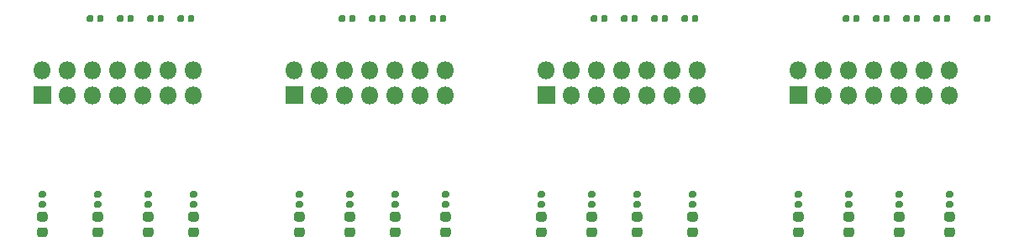
<source format=gbr>
G04 #@! TF.GenerationSoftware,KiCad,Pcbnew,(5.1.10)-1*
G04 #@! TF.CreationDate,2021-09-15T13:26:17-07:00*
G04 #@! TF.ProjectId,Adapter,41646170-7465-4722-9e6b-696361645f70,rev?*
G04 #@! TF.SameCoordinates,Original*
G04 #@! TF.FileFunction,Soldermask,Top*
G04 #@! TF.FilePolarity,Negative*
%FSLAX46Y46*%
G04 Gerber Fmt 4.6, Leading zero omitted, Abs format (unit mm)*
G04 Created by KiCad (PCBNEW (5.1.10)-1) date 2021-09-15 13:26:17*
%MOMM*%
%LPD*%
G01*
G04 APERTURE LIST*
%ADD10O,1.802000X1.802000*%
G04 APERTURE END LIST*
G36*
G01*
X138772000Y-75196000D02*
X137072000Y-75196000D01*
G75*
G02*
X137021000Y-75145000I0J51000D01*
G01*
X137021000Y-73445000D01*
G75*
G02*
X137072000Y-73394000I51000J0D01*
G01*
X138772000Y-73394000D01*
G75*
G02*
X138823000Y-73445000I0J-51000D01*
G01*
X138823000Y-75145000D01*
G75*
G02*
X138772000Y-75196000I-51000J0D01*
G01*
G37*
D10*
X137922000Y-71755000D03*
X140462000Y-74295000D03*
X140462000Y-71755000D03*
X143002000Y-74295000D03*
X143002000Y-71755000D03*
X145542000Y-74295000D03*
X145542000Y-71755000D03*
X148082000Y-74295000D03*
X148082000Y-71755000D03*
X150622000Y-74295000D03*
X150622000Y-71755000D03*
X153162000Y-74295000D03*
X153162000Y-71755000D03*
X76962000Y-71755000D03*
X76962000Y-74295000D03*
X74422000Y-71755000D03*
X74422000Y-74295000D03*
X71882000Y-71755000D03*
X71882000Y-74295000D03*
X69342000Y-71755000D03*
X69342000Y-74295000D03*
X66802000Y-71755000D03*
X66802000Y-74295000D03*
X64262000Y-71755000D03*
X64262000Y-74295000D03*
X61722000Y-71755000D03*
G36*
G01*
X62572000Y-75196000D02*
X60872000Y-75196000D01*
G75*
G02*
X60821000Y-75145000I0J51000D01*
G01*
X60821000Y-73445000D01*
G75*
G02*
X60872000Y-73394000I51000J0D01*
G01*
X62572000Y-73394000D01*
G75*
G02*
X62623000Y-73445000I0J-51000D01*
G01*
X62623000Y-75145000D01*
G75*
G02*
X62572000Y-75196000I-51000J0D01*
G01*
G37*
X102362000Y-71755000D03*
X102362000Y-74295000D03*
X99822000Y-71755000D03*
X99822000Y-74295000D03*
X97282000Y-71755000D03*
X97282000Y-74295000D03*
X94742000Y-71755000D03*
X94742000Y-74295000D03*
X92202000Y-71755000D03*
X92202000Y-74295000D03*
X89662000Y-71755000D03*
X89662000Y-74295000D03*
X87122000Y-71755000D03*
G36*
G01*
X87972000Y-75196000D02*
X86272000Y-75196000D01*
G75*
G02*
X86221000Y-75145000I0J51000D01*
G01*
X86221000Y-73445000D01*
G75*
G02*
X86272000Y-73394000I51000J0D01*
G01*
X87972000Y-73394000D01*
G75*
G02*
X88023000Y-73445000I0J-51000D01*
G01*
X88023000Y-75145000D01*
G75*
G02*
X87972000Y-75196000I-51000J0D01*
G01*
G37*
G36*
G01*
X113372000Y-75196000D02*
X111672000Y-75196000D01*
G75*
G02*
X111621000Y-75145000I0J51000D01*
G01*
X111621000Y-73445000D01*
G75*
G02*
X111672000Y-73394000I51000J0D01*
G01*
X113372000Y-73394000D01*
G75*
G02*
X113423000Y-73445000I0J-51000D01*
G01*
X113423000Y-75145000D01*
G75*
G02*
X113372000Y-75196000I-51000J0D01*
G01*
G37*
X112522000Y-71755000D03*
X115062000Y-74295000D03*
X115062000Y-71755000D03*
X117602000Y-74295000D03*
X117602000Y-71755000D03*
X120142000Y-74295000D03*
X120142000Y-71755000D03*
X122682000Y-74295000D03*
X122682000Y-71755000D03*
X125222000Y-74295000D03*
X125222000Y-71755000D03*
X127762000Y-74295000D03*
X127762000Y-71755000D03*
G36*
G01*
X62003750Y-88652000D02*
X61440250Y-88652000D01*
G75*
G02*
X61196000Y-88407750I0J244250D01*
G01*
X61196000Y-87919250D01*
G75*
G02*
X61440250Y-87675000I244250J0D01*
G01*
X62003750Y-87675000D01*
G75*
G02*
X62248000Y-87919250I0J-244250D01*
G01*
X62248000Y-88407750D01*
G75*
G02*
X62003750Y-88652000I-244250J0D01*
G01*
G37*
G36*
G01*
X62003750Y-87077000D02*
X61440250Y-87077000D01*
G75*
G02*
X61196000Y-86832750I0J244250D01*
G01*
X61196000Y-86344250D01*
G75*
G02*
X61440250Y-86100000I244250J0D01*
G01*
X62003750Y-86100000D01*
G75*
G02*
X62248000Y-86344250I0J-244250D01*
G01*
X62248000Y-86832750D01*
G75*
G02*
X62003750Y-87077000I-244250J0D01*
G01*
G37*
G36*
G01*
X87911750Y-88652000D02*
X87348250Y-88652000D01*
G75*
G02*
X87104000Y-88407750I0J244250D01*
G01*
X87104000Y-87919250D01*
G75*
G02*
X87348250Y-87675000I244250J0D01*
G01*
X87911750Y-87675000D01*
G75*
G02*
X88156000Y-87919250I0J-244250D01*
G01*
X88156000Y-88407750D01*
G75*
G02*
X87911750Y-88652000I-244250J0D01*
G01*
G37*
G36*
G01*
X87911750Y-87077000D02*
X87348250Y-87077000D01*
G75*
G02*
X87104000Y-86832750I0J244250D01*
G01*
X87104000Y-86344250D01*
G75*
G02*
X87348250Y-86100000I244250J0D01*
G01*
X87911750Y-86100000D01*
G75*
G02*
X88156000Y-86344250I0J-244250D01*
G01*
X88156000Y-86832750D01*
G75*
G02*
X87911750Y-87077000I-244250J0D01*
G01*
G37*
G36*
G01*
X112295750Y-87077000D02*
X111732250Y-87077000D01*
G75*
G02*
X111488000Y-86832750I0J244250D01*
G01*
X111488000Y-86344250D01*
G75*
G02*
X111732250Y-86100000I244250J0D01*
G01*
X112295750Y-86100000D01*
G75*
G02*
X112540000Y-86344250I0J-244250D01*
G01*
X112540000Y-86832750D01*
G75*
G02*
X112295750Y-87077000I-244250J0D01*
G01*
G37*
G36*
G01*
X112295750Y-88652000D02*
X111732250Y-88652000D01*
G75*
G02*
X111488000Y-88407750I0J244250D01*
G01*
X111488000Y-87919250D01*
G75*
G02*
X111732250Y-87675000I244250J0D01*
G01*
X112295750Y-87675000D01*
G75*
G02*
X112540000Y-87919250I0J-244250D01*
G01*
X112540000Y-88407750D01*
G75*
G02*
X112295750Y-88652000I-244250J0D01*
G01*
G37*
G36*
G01*
X138203750Y-87077000D02*
X137640250Y-87077000D01*
G75*
G02*
X137396000Y-86832750I0J244250D01*
G01*
X137396000Y-86344250D01*
G75*
G02*
X137640250Y-86100000I244250J0D01*
G01*
X138203750Y-86100000D01*
G75*
G02*
X138448000Y-86344250I0J-244250D01*
G01*
X138448000Y-86832750D01*
G75*
G02*
X138203750Y-87077000I-244250J0D01*
G01*
G37*
G36*
G01*
X138203750Y-88652000D02*
X137640250Y-88652000D01*
G75*
G02*
X137396000Y-88407750I0J244250D01*
G01*
X137396000Y-87919250D01*
G75*
G02*
X137640250Y-87675000I244250J0D01*
G01*
X138203750Y-87675000D01*
G75*
G02*
X138448000Y-87919250I0J-244250D01*
G01*
X138448000Y-88407750D01*
G75*
G02*
X138203750Y-88652000I-244250J0D01*
G01*
G37*
G36*
G01*
X67591750Y-88652000D02*
X67028250Y-88652000D01*
G75*
G02*
X66784000Y-88407750I0J244250D01*
G01*
X66784000Y-87919250D01*
G75*
G02*
X67028250Y-87675000I244250J0D01*
G01*
X67591750Y-87675000D01*
G75*
G02*
X67836000Y-87919250I0J-244250D01*
G01*
X67836000Y-88407750D01*
G75*
G02*
X67591750Y-88652000I-244250J0D01*
G01*
G37*
G36*
G01*
X67591750Y-87077000D02*
X67028250Y-87077000D01*
G75*
G02*
X66784000Y-86832750I0J244250D01*
G01*
X66784000Y-86344250D01*
G75*
G02*
X67028250Y-86100000I244250J0D01*
G01*
X67591750Y-86100000D01*
G75*
G02*
X67836000Y-86344250I0J-244250D01*
G01*
X67836000Y-86832750D01*
G75*
G02*
X67591750Y-87077000I-244250J0D01*
G01*
G37*
G36*
G01*
X92991750Y-88652000D02*
X92428250Y-88652000D01*
G75*
G02*
X92184000Y-88407750I0J244250D01*
G01*
X92184000Y-87919250D01*
G75*
G02*
X92428250Y-87675000I244250J0D01*
G01*
X92991750Y-87675000D01*
G75*
G02*
X93236000Y-87919250I0J-244250D01*
G01*
X93236000Y-88407750D01*
G75*
G02*
X92991750Y-88652000I-244250J0D01*
G01*
G37*
G36*
G01*
X92991750Y-87077000D02*
X92428250Y-87077000D01*
G75*
G02*
X92184000Y-86832750I0J244250D01*
G01*
X92184000Y-86344250D01*
G75*
G02*
X92428250Y-86100000I244250J0D01*
G01*
X92991750Y-86100000D01*
G75*
G02*
X93236000Y-86344250I0J-244250D01*
G01*
X93236000Y-86832750D01*
G75*
G02*
X92991750Y-87077000I-244250J0D01*
G01*
G37*
G36*
G01*
X117375750Y-88652000D02*
X116812250Y-88652000D01*
G75*
G02*
X116568000Y-88407750I0J244250D01*
G01*
X116568000Y-87919250D01*
G75*
G02*
X116812250Y-87675000I244250J0D01*
G01*
X117375750Y-87675000D01*
G75*
G02*
X117620000Y-87919250I0J-244250D01*
G01*
X117620000Y-88407750D01*
G75*
G02*
X117375750Y-88652000I-244250J0D01*
G01*
G37*
G36*
G01*
X117375750Y-87077000D02*
X116812250Y-87077000D01*
G75*
G02*
X116568000Y-86832750I0J244250D01*
G01*
X116568000Y-86344250D01*
G75*
G02*
X116812250Y-86100000I244250J0D01*
G01*
X117375750Y-86100000D01*
G75*
G02*
X117620000Y-86344250I0J-244250D01*
G01*
X117620000Y-86832750D01*
G75*
G02*
X117375750Y-87077000I-244250J0D01*
G01*
G37*
G36*
G01*
X143283750Y-88652000D02*
X142720250Y-88652000D01*
G75*
G02*
X142476000Y-88407750I0J244250D01*
G01*
X142476000Y-87919250D01*
G75*
G02*
X142720250Y-87675000I244250J0D01*
G01*
X143283750Y-87675000D01*
G75*
G02*
X143528000Y-87919250I0J-244250D01*
G01*
X143528000Y-88407750D01*
G75*
G02*
X143283750Y-88652000I-244250J0D01*
G01*
G37*
G36*
G01*
X143283750Y-87077000D02*
X142720250Y-87077000D01*
G75*
G02*
X142476000Y-86832750I0J244250D01*
G01*
X142476000Y-86344250D01*
G75*
G02*
X142720250Y-86100000I244250J0D01*
G01*
X143283750Y-86100000D01*
G75*
G02*
X143528000Y-86344250I0J-244250D01*
G01*
X143528000Y-86832750D01*
G75*
G02*
X143283750Y-87077000I-244250J0D01*
G01*
G37*
G36*
G01*
X72671750Y-87077000D02*
X72108250Y-87077000D01*
G75*
G02*
X71864000Y-86832750I0J244250D01*
G01*
X71864000Y-86344250D01*
G75*
G02*
X72108250Y-86100000I244250J0D01*
G01*
X72671750Y-86100000D01*
G75*
G02*
X72916000Y-86344250I0J-244250D01*
G01*
X72916000Y-86832750D01*
G75*
G02*
X72671750Y-87077000I-244250J0D01*
G01*
G37*
G36*
G01*
X72671750Y-88652000D02*
X72108250Y-88652000D01*
G75*
G02*
X71864000Y-88407750I0J244250D01*
G01*
X71864000Y-87919250D01*
G75*
G02*
X72108250Y-87675000I244250J0D01*
G01*
X72671750Y-87675000D01*
G75*
G02*
X72916000Y-87919250I0J-244250D01*
G01*
X72916000Y-88407750D01*
G75*
G02*
X72671750Y-88652000I-244250J0D01*
G01*
G37*
G36*
G01*
X97563750Y-87077000D02*
X97000250Y-87077000D01*
G75*
G02*
X96756000Y-86832750I0J244250D01*
G01*
X96756000Y-86344250D01*
G75*
G02*
X97000250Y-86100000I244250J0D01*
G01*
X97563750Y-86100000D01*
G75*
G02*
X97808000Y-86344250I0J-244250D01*
G01*
X97808000Y-86832750D01*
G75*
G02*
X97563750Y-87077000I-244250J0D01*
G01*
G37*
G36*
G01*
X97563750Y-88652000D02*
X97000250Y-88652000D01*
G75*
G02*
X96756000Y-88407750I0J244250D01*
G01*
X96756000Y-87919250D01*
G75*
G02*
X97000250Y-87675000I244250J0D01*
G01*
X97563750Y-87675000D01*
G75*
G02*
X97808000Y-87919250I0J-244250D01*
G01*
X97808000Y-88407750D01*
G75*
G02*
X97563750Y-88652000I-244250J0D01*
G01*
G37*
G36*
G01*
X121947750Y-88652000D02*
X121384250Y-88652000D01*
G75*
G02*
X121140000Y-88407750I0J244250D01*
G01*
X121140000Y-87919250D01*
G75*
G02*
X121384250Y-87675000I244250J0D01*
G01*
X121947750Y-87675000D01*
G75*
G02*
X122192000Y-87919250I0J-244250D01*
G01*
X122192000Y-88407750D01*
G75*
G02*
X121947750Y-88652000I-244250J0D01*
G01*
G37*
G36*
G01*
X121947750Y-87077000D02*
X121384250Y-87077000D01*
G75*
G02*
X121140000Y-86832750I0J244250D01*
G01*
X121140000Y-86344250D01*
G75*
G02*
X121384250Y-86100000I244250J0D01*
G01*
X121947750Y-86100000D01*
G75*
G02*
X122192000Y-86344250I0J-244250D01*
G01*
X122192000Y-86832750D01*
G75*
G02*
X121947750Y-87077000I-244250J0D01*
G01*
G37*
G36*
G01*
X148363750Y-87077000D02*
X147800250Y-87077000D01*
G75*
G02*
X147556000Y-86832750I0J244250D01*
G01*
X147556000Y-86344250D01*
G75*
G02*
X147800250Y-86100000I244250J0D01*
G01*
X148363750Y-86100000D01*
G75*
G02*
X148608000Y-86344250I0J-244250D01*
G01*
X148608000Y-86832750D01*
G75*
G02*
X148363750Y-87077000I-244250J0D01*
G01*
G37*
G36*
G01*
X148363750Y-88652000D02*
X147800250Y-88652000D01*
G75*
G02*
X147556000Y-88407750I0J244250D01*
G01*
X147556000Y-87919250D01*
G75*
G02*
X147800250Y-87675000I244250J0D01*
G01*
X148363750Y-87675000D01*
G75*
G02*
X148608000Y-87919250I0J-244250D01*
G01*
X148608000Y-88407750D01*
G75*
G02*
X148363750Y-88652000I-244250J0D01*
G01*
G37*
G36*
G01*
X77243750Y-87077000D02*
X76680250Y-87077000D01*
G75*
G02*
X76436000Y-86832750I0J244250D01*
G01*
X76436000Y-86344250D01*
G75*
G02*
X76680250Y-86100000I244250J0D01*
G01*
X77243750Y-86100000D01*
G75*
G02*
X77488000Y-86344250I0J-244250D01*
G01*
X77488000Y-86832750D01*
G75*
G02*
X77243750Y-87077000I-244250J0D01*
G01*
G37*
G36*
G01*
X77243750Y-88652000D02*
X76680250Y-88652000D01*
G75*
G02*
X76436000Y-88407750I0J244250D01*
G01*
X76436000Y-87919250D01*
G75*
G02*
X76680250Y-87675000I244250J0D01*
G01*
X77243750Y-87675000D01*
G75*
G02*
X77488000Y-87919250I0J-244250D01*
G01*
X77488000Y-88407750D01*
G75*
G02*
X77243750Y-88652000I-244250J0D01*
G01*
G37*
G36*
G01*
X102643750Y-87077000D02*
X102080250Y-87077000D01*
G75*
G02*
X101836000Y-86832750I0J244250D01*
G01*
X101836000Y-86344250D01*
G75*
G02*
X102080250Y-86100000I244250J0D01*
G01*
X102643750Y-86100000D01*
G75*
G02*
X102888000Y-86344250I0J-244250D01*
G01*
X102888000Y-86832750D01*
G75*
G02*
X102643750Y-87077000I-244250J0D01*
G01*
G37*
G36*
G01*
X102643750Y-88652000D02*
X102080250Y-88652000D01*
G75*
G02*
X101836000Y-88407750I0J244250D01*
G01*
X101836000Y-87919250D01*
G75*
G02*
X102080250Y-87675000I244250J0D01*
G01*
X102643750Y-87675000D01*
G75*
G02*
X102888000Y-87919250I0J-244250D01*
G01*
X102888000Y-88407750D01*
G75*
G02*
X102643750Y-88652000I-244250J0D01*
G01*
G37*
G36*
G01*
X127535750Y-87077000D02*
X126972250Y-87077000D01*
G75*
G02*
X126728000Y-86832750I0J244250D01*
G01*
X126728000Y-86344250D01*
G75*
G02*
X126972250Y-86100000I244250J0D01*
G01*
X127535750Y-86100000D01*
G75*
G02*
X127780000Y-86344250I0J-244250D01*
G01*
X127780000Y-86832750D01*
G75*
G02*
X127535750Y-87077000I-244250J0D01*
G01*
G37*
G36*
G01*
X127535750Y-88652000D02*
X126972250Y-88652000D01*
G75*
G02*
X126728000Y-88407750I0J244250D01*
G01*
X126728000Y-87919250D01*
G75*
G02*
X126972250Y-87675000I244250J0D01*
G01*
X127535750Y-87675000D01*
G75*
G02*
X127780000Y-87919250I0J-244250D01*
G01*
X127780000Y-88407750D01*
G75*
G02*
X127535750Y-88652000I-244250J0D01*
G01*
G37*
G36*
G01*
X153443750Y-88652000D02*
X152880250Y-88652000D01*
G75*
G02*
X152636000Y-88407750I0J244250D01*
G01*
X152636000Y-87919250D01*
G75*
G02*
X152880250Y-87675000I244250J0D01*
G01*
X153443750Y-87675000D01*
G75*
G02*
X153688000Y-87919250I0J-244250D01*
G01*
X153688000Y-88407750D01*
G75*
G02*
X153443750Y-88652000I-244250J0D01*
G01*
G37*
G36*
G01*
X153443750Y-87077000D02*
X152880250Y-87077000D01*
G75*
G02*
X152636000Y-86832750I0J244250D01*
G01*
X152636000Y-86344250D01*
G75*
G02*
X152880250Y-86100000I244250J0D01*
G01*
X153443750Y-86100000D01*
G75*
G02*
X153688000Y-86344250I0J-244250D01*
G01*
X153688000Y-86832750D01*
G75*
G02*
X153443750Y-87077000I-244250J0D01*
G01*
G37*
G36*
G01*
X61932500Y-85667000D02*
X61511500Y-85667000D01*
G75*
G02*
X61351000Y-85506500I0J160500D01*
G01*
X61351000Y-85185500D01*
G75*
G02*
X61511500Y-85025000I160500J0D01*
G01*
X61932500Y-85025000D01*
G75*
G02*
X62093000Y-85185500I0J-160500D01*
G01*
X62093000Y-85506500D01*
G75*
G02*
X61932500Y-85667000I-160500J0D01*
G01*
G37*
G36*
G01*
X61932500Y-84647000D02*
X61511500Y-84647000D01*
G75*
G02*
X61351000Y-84486500I0J160500D01*
G01*
X61351000Y-84165500D01*
G75*
G02*
X61511500Y-84005000I160500J0D01*
G01*
X61932500Y-84005000D01*
G75*
G02*
X62093000Y-84165500I0J-160500D01*
G01*
X62093000Y-84486500D01*
G75*
G02*
X61932500Y-84647000I-160500J0D01*
G01*
G37*
G36*
G01*
X87840500Y-85667000D02*
X87419500Y-85667000D01*
G75*
G02*
X87259000Y-85506500I0J160500D01*
G01*
X87259000Y-85185500D01*
G75*
G02*
X87419500Y-85025000I160500J0D01*
G01*
X87840500Y-85025000D01*
G75*
G02*
X88001000Y-85185500I0J-160500D01*
G01*
X88001000Y-85506500D01*
G75*
G02*
X87840500Y-85667000I-160500J0D01*
G01*
G37*
G36*
G01*
X87840500Y-84647000D02*
X87419500Y-84647000D01*
G75*
G02*
X87259000Y-84486500I0J160500D01*
G01*
X87259000Y-84165500D01*
G75*
G02*
X87419500Y-84005000I160500J0D01*
G01*
X87840500Y-84005000D01*
G75*
G02*
X88001000Y-84165500I0J-160500D01*
G01*
X88001000Y-84486500D01*
G75*
G02*
X87840500Y-84647000I-160500J0D01*
G01*
G37*
G36*
G01*
X112224500Y-84647000D02*
X111803500Y-84647000D01*
G75*
G02*
X111643000Y-84486500I0J160500D01*
G01*
X111643000Y-84165500D01*
G75*
G02*
X111803500Y-84005000I160500J0D01*
G01*
X112224500Y-84005000D01*
G75*
G02*
X112385000Y-84165500I0J-160500D01*
G01*
X112385000Y-84486500D01*
G75*
G02*
X112224500Y-84647000I-160500J0D01*
G01*
G37*
G36*
G01*
X112224500Y-85667000D02*
X111803500Y-85667000D01*
G75*
G02*
X111643000Y-85506500I0J160500D01*
G01*
X111643000Y-85185500D01*
G75*
G02*
X111803500Y-85025000I160500J0D01*
G01*
X112224500Y-85025000D01*
G75*
G02*
X112385000Y-85185500I0J-160500D01*
G01*
X112385000Y-85506500D01*
G75*
G02*
X112224500Y-85667000I-160500J0D01*
G01*
G37*
G36*
G01*
X138132500Y-84647000D02*
X137711500Y-84647000D01*
G75*
G02*
X137551000Y-84486500I0J160500D01*
G01*
X137551000Y-84165500D01*
G75*
G02*
X137711500Y-84005000I160500J0D01*
G01*
X138132500Y-84005000D01*
G75*
G02*
X138293000Y-84165500I0J-160500D01*
G01*
X138293000Y-84486500D01*
G75*
G02*
X138132500Y-84647000I-160500J0D01*
G01*
G37*
G36*
G01*
X138132500Y-85667000D02*
X137711500Y-85667000D01*
G75*
G02*
X137551000Y-85506500I0J160500D01*
G01*
X137551000Y-85185500D01*
G75*
G02*
X137711500Y-85025000I160500J0D01*
G01*
X138132500Y-85025000D01*
G75*
G02*
X138293000Y-85185500I0J-160500D01*
G01*
X138293000Y-85506500D01*
G75*
G02*
X138132500Y-85667000I-160500J0D01*
G01*
G37*
G36*
G01*
X67520500Y-84647000D02*
X67099500Y-84647000D01*
G75*
G02*
X66939000Y-84486500I0J160500D01*
G01*
X66939000Y-84165500D01*
G75*
G02*
X67099500Y-84005000I160500J0D01*
G01*
X67520500Y-84005000D01*
G75*
G02*
X67681000Y-84165500I0J-160500D01*
G01*
X67681000Y-84486500D01*
G75*
G02*
X67520500Y-84647000I-160500J0D01*
G01*
G37*
G36*
G01*
X67520500Y-85667000D02*
X67099500Y-85667000D01*
G75*
G02*
X66939000Y-85506500I0J160500D01*
G01*
X66939000Y-85185500D01*
G75*
G02*
X67099500Y-85025000I160500J0D01*
G01*
X67520500Y-85025000D01*
G75*
G02*
X67681000Y-85185500I0J-160500D01*
G01*
X67681000Y-85506500D01*
G75*
G02*
X67520500Y-85667000I-160500J0D01*
G01*
G37*
G36*
G01*
X92920500Y-84647000D02*
X92499500Y-84647000D01*
G75*
G02*
X92339000Y-84486500I0J160500D01*
G01*
X92339000Y-84165500D01*
G75*
G02*
X92499500Y-84005000I160500J0D01*
G01*
X92920500Y-84005000D01*
G75*
G02*
X93081000Y-84165500I0J-160500D01*
G01*
X93081000Y-84486500D01*
G75*
G02*
X92920500Y-84647000I-160500J0D01*
G01*
G37*
G36*
G01*
X92920500Y-85667000D02*
X92499500Y-85667000D01*
G75*
G02*
X92339000Y-85506500I0J160500D01*
G01*
X92339000Y-85185500D01*
G75*
G02*
X92499500Y-85025000I160500J0D01*
G01*
X92920500Y-85025000D01*
G75*
G02*
X93081000Y-85185500I0J-160500D01*
G01*
X93081000Y-85506500D01*
G75*
G02*
X92920500Y-85667000I-160500J0D01*
G01*
G37*
G36*
G01*
X117304500Y-85667000D02*
X116883500Y-85667000D01*
G75*
G02*
X116723000Y-85506500I0J160500D01*
G01*
X116723000Y-85185500D01*
G75*
G02*
X116883500Y-85025000I160500J0D01*
G01*
X117304500Y-85025000D01*
G75*
G02*
X117465000Y-85185500I0J-160500D01*
G01*
X117465000Y-85506500D01*
G75*
G02*
X117304500Y-85667000I-160500J0D01*
G01*
G37*
G36*
G01*
X117304500Y-84647000D02*
X116883500Y-84647000D01*
G75*
G02*
X116723000Y-84486500I0J160500D01*
G01*
X116723000Y-84165500D01*
G75*
G02*
X116883500Y-84005000I160500J0D01*
G01*
X117304500Y-84005000D01*
G75*
G02*
X117465000Y-84165500I0J-160500D01*
G01*
X117465000Y-84486500D01*
G75*
G02*
X117304500Y-84647000I-160500J0D01*
G01*
G37*
G36*
G01*
X143212500Y-85667000D02*
X142791500Y-85667000D01*
G75*
G02*
X142631000Y-85506500I0J160500D01*
G01*
X142631000Y-85185500D01*
G75*
G02*
X142791500Y-85025000I160500J0D01*
G01*
X143212500Y-85025000D01*
G75*
G02*
X143373000Y-85185500I0J-160500D01*
G01*
X143373000Y-85506500D01*
G75*
G02*
X143212500Y-85667000I-160500J0D01*
G01*
G37*
G36*
G01*
X143212500Y-84647000D02*
X142791500Y-84647000D01*
G75*
G02*
X142631000Y-84486500I0J160500D01*
G01*
X142631000Y-84165500D01*
G75*
G02*
X142791500Y-84005000I160500J0D01*
G01*
X143212500Y-84005000D01*
G75*
G02*
X143373000Y-84165500I0J-160500D01*
G01*
X143373000Y-84486500D01*
G75*
G02*
X143212500Y-84647000I-160500J0D01*
G01*
G37*
G36*
G01*
X72600500Y-85667000D02*
X72179500Y-85667000D01*
G75*
G02*
X72019000Y-85506500I0J160500D01*
G01*
X72019000Y-85185500D01*
G75*
G02*
X72179500Y-85025000I160500J0D01*
G01*
X72600500Y-85025000D01*
G75*
G02*
X72761000Y-85185500I0J-160500D01*
G01*
X72761000Y-85506500D01*
G75*
G02*
X72600500Y-85667000I-160500J0D01*
G01*
G37*
G36*
G01*
X72600500Y-84647000D02*
X72179500Y-84647000D01*
G75*
G02*
X72019000Y-84486500I0J160500D01*
G01*
X72019000Y-84165500D01*
G75*
G02*
X72179500Y-84005000I160500J0D01*
G01*
X72600500Y-84005000D01*
G75*
G02*
X72761000Y-84165500I0J-160500D01*
G01*
X72761000Y-84486500D01*
G75*
G02*
X72600500Y-84647000I-160500J0D01*
G01*
G37*
G36*
G01*
X97492500Y-85667000D02*
X97071500Y-85667000D01*
G75*
G02*
X96911000Y-85506500I0J160500D01*
G01*
X96911000Y-85185500D01*
G75*
G02*
X97071500Y-85025000I160500J0D01*
G01*
X97492500Y-85025000D01*
G75*
G02*
X97653000Y-85185500I0J-160500D01*
G01*
X97653000Y-85506500D01*
G75*
G02*
X97492500Y-85667000I-160500J0D01*
G01*
G37*
G36*
G01*
X97492500Y-84647000D02*
X97071500Y-84647000D01*
G75*
G02*
X96911000Y-84486500I0J160500D01*
G01*
X96911000Y-84165500D01*
G75*
G02*
X97071500Y-84005000I160500J0D01*
G01*
X97492500Y-84005000D01*
G75*
G02*
X97653000Y-84165500I0J-160500D01*
G01*
X97653000Y-84486500D01*
G75*
G02*
X97492500Y-84647000I-160500J0D01*
G01*
G37*
G36*
G01*
X121876500Y-84647000D02*
X121455500Y-84647000D01*
G75*
G02*
X121295000Y-84486500I0J160500D01*
G01*
X121295000Y-84165500D01*
G75*
G02*
X121455500Y-84005000I160500J0D01*
G01*
X121876500Y-84005000D01*
G75*
G02*
X122037000Y-84165500I0J-160500D01*
G01*
X122037000Y-84486500D01*
G75*
G02*
X121876500Y-84647000I-160500J0D01*
G01*
G37*
G36*
G01*
X121876500Y-85667000D02*
X121455500Y-85667000D01*
G75*
G02*
X121295000Y-85506500I0J160500D01*
G01*
X121295000Y-85185500D01*
G75*
G02*
X121455500Y-85025000I160500J0D01*
G01*
X121876500Y-85025000D01*
G75*
G02*
X122037000Y-85185500I0J-160500D01*
G01*
X122037000Y-85506500D01*
G75*
G02*
X121876500Y-85667000I-160500J0D01*
G01*
G37*
G36*
G01*
X148292500Y-84647000D02*
X147871500Y-84647000D01*
G75*
G02*
X147711000Y-84486500I0J160500D01*
G01*
X147711000Y-84165500D01*
G75*
G02*
X147871500Y-84005000I160500J0D01*
G01*
X148292500Y-84005000D01*
G75*
G02*
X148453000Y-84165500I0J-160500D01*
G01*
X148453000Y-84486500D01*
G75*
G02*
X148292500Y-84647000I-160500J0D01*
G01*
G37*
G36*
G01*
X148292500Y-85667000D02*
X147871500Y-85667000D01*
G75*
G02*
X147711000Y-85506500I0J160500D01*
G01*
X147711000Y-85185500D01*
G75*
G02*
X147871500Y-85025000I160500J0D01*
G01*
X148292500Y-85025000D01*
G75*
G02*
X148453000Y-85185500I0J-160500D01*
G01*
X148453000Y-85506500D01*
G75*
G02*
X148292500Y-85667000I-160500J0D01*
G01*
G37*
G36*
G01*
X77172500Y-84647000D02*
X76751500Y-84647000D01*
G75*
G02*
X76591000Y-84486500I0J160500D01*
G01*
X76591000Y-84165500D01*
G75*
G02*
X76751500Y-84005000I160500J0D01*
G01*
X77172500Y-84005000D01*
G75*
G02*
X77333000Y-84165500I0J-160500D01*
G01*
X77333000Y-84486500D01*
G75*
G02*
X77172500Y-84647000I-160500J0D01*
G01*
G37*
G36*
G01*
X77172500Y-85667000D02*
X76751500Y-85667000D01*
G75*
G02*
X76591000Y-85506500I0J160500D01*
G01*
X76591000Y-85185500D01*
G75*
G02*
X76751500Y-85025000I160500J0D01*
G01*
X77172500Y-85025000D01*
G75*
G02*
X77333000Y-85185500I0J-160500D01*
G01*
X77333000Y-85506500D01*
G75*
G02*
X77172500Y-85667000I-160500J0D01*
G01*
G37*
G36*
G01*
X102572500Y-84647000D02*
X102151500Y-84647000D01*
G75*
G02*
X101991000Y-84486500I0J160500D01*
G01*
X101991000Y-84165500D01*
G75*
G02*
X102151500Y-84005000I160500J0D01*
G01*
X102572500Y-84005000D01*
G75*
G02*
X102733000Y-84165500I0J-160500D01*
G01*
X102733000Y-84486500D01*
G75*
G02*
X102572500Y-84647000I-160500J0D01*
G01*
G37*
G36*
G01*
X102572500Y-85667000D02*
X102151500Y-85667000D01*
G75*
G02*
X101991000Y-85506500I0J160500D01*
G01*
X101991000Y-85185500D01*
G75*
G02*
X102151500Y-85025000I160500J0D01*
G01*
X102572500Y-85025000D01*
G75*
G02*
X102733000Y-85185500I0J-160500D01*
G01*
X102733000Y-85506500D01*
G75*
G02*
X102572500Y-85667000I-160500J0D01*
G01*
G37*
G36*
G01*
X127464500Y-85667000D02*
X127043500Y-85667000D01*
G75*
G02*
X126883000Y-85506500I0J160500D01*
G01*
X126883000Y-85185500D01*
G75*
G02*
X127043500Y-85025000I160500J0D01*
G01*
X127464500Y-85025000D01*
G75*
G02*
X127625000Y-85185500I0J-160500D01*
G01*
X127625000Y-85506500D01*
G75*
G02*
X127464500Y-85667000I-160500J0D01*
G01*
G37*
G36*
G01*
X127464500Y-84647000D02*
X127043500Y-84647000D01*
G75*
G02*
X126883000Y-84486500I0J160500D01*
G01*
X126883000Y-84165500D01*
G75*
G02*
X127043500Y-84005000I160500J0D01*
G01*
X127464500Y-84005000D01*
G75*
G02*
X127625000Y-84165500I0J-160500D01*
G01*
X127625000Y-84486500D01*
G75*
G02*
X127464500Y-84647000I-160500J0D01*
G01*
G37*
G36*
G01*
X153372500Y-85667000D02*
X152951500Y-85667000D01*
G75*
G02*
X152791000Y-85506500I0J160500D01*
G01*
X152791000Y-85185500D01*
G75*
G02*
X152951500Y-85025000I160500J0D01*
G01*
X153372500Y-85025000D01*
G75*
G02*
X153533000Y-85185500I0J-160500D01*
G01*
X153533000Y-85506500D01*
G75*
G02*
X153372500Y-85667000I-160500J0D01*
G01*
G37*
G36*
G01*
X153372500Y-84647000D02*
X152951500Y-84647000D01*
G75*
G02*
X152791000Y-84486500I0J160500D01*
G01*
X152791000Y-84165500D01*
G75*
G02*
X152951500Y-84005000I160500J0D01*
G01*
X153372500Y-84005000D01*
G75*
G02*
X153533000Y-84165500I0J-160500D01*
G01*
X153533000Y-84486500D01*
G75*
G02*
X153372500Y-84647000I-160500J0D01*
G01*
G37*
G36*
G01*
X66225000Y-66758500D02*
X66225000Y-66337500D01*
G75*
G02*
X66385500Y-66177000I160500J0D01*
G01*
X66706500Y-66177000D01*
G75*
G02*
X66867000Y-66337500I0J-160500D01*
G01*
X66867000Y-66758500D01*
G75*
G02*
X66706500Y-66919000I-160500J0D01*
G01*
X66385500Y-66919000D01*
G75*
G02*
X66225000Y-66758500I0J160500D01*
G01*
G37*
G36*
G01*
X67245000Y-66758500D02*
X67245000Y-66337500D01*
G75*
G02*
X67405500Y-66177000I160500J0D01*
G01*
X67726500Y-66177000D01*
G75*
G02*
X67887000Y-66337500I0J-160500D01*
G01*
X67887000Y-66758500D01*
G75*
G02*
X67726500Y-66919000I-160500J0D01*
G01*
X67405500Y-66919000D01*
G75*
G02*
X67245000Y-66758500I0J160500D01*
G01*
G37*
G36*
G01*
X69273000Y-66758500D02*
X69273000Y-66337500D01*
G75*
G02*
X69433500Y-66177000I160500J0D01*
G01*
X69754500Y-66177000D01*
G75*
G02*
X69915000Y-66337500I0J-160500D01*
G01*
X69915000Y-66758500D01*
G75*
G02*
X69754500Y-66919000I-160500J0D01*
G01*
X69433500Y-66919000D01*
G75*
G02*
X69273000Y-66758500I0J160500D01*
G01*
G37*
G36*
G01*
X70293000Y-66758500D02*
X70293000Y-66337500D01*
G75*
G02*
X70453500Y-66177000I160500J0D01*
G01*
X70774500Y-66177000D01*
G75*
G02*
X70935000Y-66337500I0J-160500D01*
G01*
X70935000Y-66758500D01*
G75*
G02*
X70774500Y-66919000I-160500J0D01*
G01*
X70453500Y-66919000D01*
G75*
G02*
X70293000Y-66758500I0J160500D01*
G01*
G37*
G36*
G01*
X73341000Y-66758500D02*
X73341000Y-66337500D01*
G75*
G02*
X73501500Y-66177000I160500J0D01*
G01*
X73822500Y-66177000D01*
G75*
G02*
X73983000Y-66337500I0J-160500D01*
G01*
X73983000Y-66758500D01*
G75*
G02*
X73822500Y-66919000I-160500J0D01*
G01*
X73501500Y-66919000D01*
G75*
G02*
X73341000Y-66758500I0J160500D01*
G01*
G37*
G36*
G01*
X72321000Y-66758500D02*
X72321000Y-66337500D01*
G75*
G02*
X72481500Y-66177000I160500J0D01*
G01*
X72802500Y-66177000D01*
G75*
G02*
X72963000Y-66337500I0J-160500D01*
G01*
X72963000Y-66758500D01*
G75*
G02*
X72802500Y-66919000I-160500J0D01*
G01*
X72481500Y-66919000D01*
G75*
G02*
X72321000Y-66758500I0J160500D01*
G01*
G37*
G36*
G01*
X75369000Y-66758500D02*
X75369000Y-66337500D01*
G75*
G02*
X75529500Y-66177000I160500J0D01*
G01*
X75850500Y-66177000D01*
G75*
G02*
X76011000Y-66337500I0J-160500D01*
G01*
X76011000Y-66758500D01*
G75*
G02*
X75850500Y-66919000I-160500J0D01*
G01*
X75529500Y-66919000D01*
G75*
G02*
X75369000Y-66758500I0J160500D01*
G01*
G37*
G36*
G01*
X76389000Y-66758500D02*
X76389000Y-66337500D01*
G75*
G02*
X76549500Y-66177000I160500J0D01*
G01*
X76870500Y-66177000D01*
G75*
G02*
X77031000Y-66337500I0J-160500D01*
G01*
X77031000Y-66758500D01*
G75*
G02*
X76870500Y-66919000I-160500J0D01*
G01*
X76549500Y-66919000D01*
G75*
G02*
X76389000Y-66758500I0J160500D01*
G01*
G37*
G36*
G01*
X91625000Y-66758500D02*
X91625000Y-66337500D01*
G75*
G02*
X91785500Y-66177000I160500J0D01*
G01*
X92106500Y-66177000D01*
G75*
G02*
X92267000Y-66337500I0J-160500D01*
G01*
X92267000Y-66758500D01*
G75*
G02*
X92106500Y-66919000I-160500J0D01*
G01*
X91785500Y-66919000D01*
G75*
G02*
X91625000Y-66758500I0J160500D01*
G01*
G37*
G36*
G01*
X92645000Y-66758500D02*
X92645000Y-66337500D01*
G75*
G02*
X92805500Y-66177000I160500J0D01*
G01*
X93126500Y-66177000D01*
G75*
G02*
X93287000Y-66337500I0J-160500D01*
G01*
X93287000Y-66758500D01*
G75*
G02*
X93126500Y-66919000I-160500J0D01*
G01*
X92805500Y-66919000D01*
G75*
G02*
X92645000Y-66758500I0J160500D01*
G01*
G37*
G36*
G01*
X94673000Y-66758500D02*
X94673000Y-66337500D01*
G75*
G02*
X94833500Y-66177000I160500J0D01*
G01*
X95154500Y-66177000D01*
G75*
G02*
X95315000Y-66337500I0J-160500D01*
G01*
X95315000Y-66758500D01*
G75*
G02*
X95154500Y-66919000I-160500J0D01*
G01*
X94833500Y-66919000D01*
G75*
G02*
X94673000Y-66758500I0J160500D01*
G01*
G37*
G36*
G01*
X95693000Y-66758500D02*
X95693000Y-66337500D01*
G75*
G02*
X95853500Y-66177000I160500J0D01*
G01*
X96174500Y-66177000D01*
G75*
G02*
X96335000Y-66337500I0J-160500D01*
G01*
X96335000Y-66758500D01*
G75*
G02*
X96174500Y-66919000I-160500J0D01*
G01*
X95853500Y-66919000D01*
G75*
G02*
X95693000Y-66758500I0J160500D01*
G01*
G37*
G36*
G01*
X98741000Y-66758500D02*
X98741000Y-66337500D01*
G75*
G02*
X98901500Y-66177000I160500J0D01*
G01*
X99222500Y-66177000D01*
G75*
G02*
X99383000Y-66337500I0J-160500D01*
G01*
X99383000Y-66758500D01*
G75*
G02*
X99222500Y-66919000I-160500J0D01*
G01*
X98901500Y-66919000D01*
G75*
G02*
X98741000Y-66758500I0J160500D01*
G01*
G37*
G36*
G01*
X97721000Y-66758500D02*
X97721000Y-66337500D01*
G75*
G02*
X97881500Y-66177000I160500J0D01*
G01*
X98202500Y-66177000D01*
G75*
G02*
X98363000Y-66337500I0J-160500D01*
G01*
X98363000Y-66758500D01*
G75*
G02*
X98202500Y-66919000I-160500J0D01*
G01*
X97881500Y-66919000D01*
G75*
G02*
X97721000Y-66758500I0J160500D01*
G01*
G37*
G36*
G01*
X100771000Y-66758500D02*
X100771000Y-66337500D01*
G75*
G02*
X100931500Y-66177000I160500J0D01*
G01*
X101252500Y-66177000D01*
G75*
G02*
X101413000Y-66337500I0J-160500D01*
G01*
X101413000Y-66758500D01*
G75*
G02*
X101252500Y-66919000I-160500J0D01*
G01*
X100931500Y-66919000D01*
G75*
G02*
X100771000Y-66758500I0J160500D01*
G01*
G37*
G36*
G01*
X101791000Y-66758500D02*
X101791000Y-66337500D01*
G75*
G02*
X101951500Y-66177000I160500J0D01*
G01*
X102272500Y-66177000D01*
G75*
G02*
X102433000Y-66337500I0J-160500D01*
G01*
X102433000Y-66758500D01*
G75*
G02*
X102272500Y-66919000I-160500J0D01*
G01*
X101951500Y-66919000D01*
G75*
G02*
X101791000Y-66758500I0J160500D01*
G01*
G37*
G36*
G01*
X118043000Y-66758500D02*
X118043000Y-66337500D01*
G75*
G02*
X118203500Y-66177000I160500J0D01*
G01*
X118524500Y-66177000D01*
G75*
G02*
X118685000Y-66337500I0J-160500D01*
G01*
X118685000Y-66758500D01*
G75*
G02*
X118524500Y-66919000I-160500J0D01*
G01*
X118203500Y-66919000D01*
G75*
G02*
X118043000Y-66758500I0J160500D01*
G01*
G37*
G36*
G01*
X117023000Y-66758500D02*
X117023000Y-66337500D01*
G75*
G02*
X117183500Y-66177000I160500J0D01*
G01*
X117504500Y-66177000D01*
G75*
G02*
X117665000Y-66337500I0J-160500D01*
G01*
X117665000Y-66758500D01*
G75*
G02*
X117504500Y-66919000I-160500J0D01*
G01*
X117183500Y-66919000D01*
G75*
G02*
X117023000Y-66758500I0J160500D01*
G01*
G37*
G36*
G01*
X121093000Y-66758500D02*
X121093000Y-66337500D01*
G75*
G02*
X121253500Y-66177000I160500J0D01*
G01*
X121574500Y-66177000D01*
G75*
G02*
X121735000Y-66337500I0J-160500D01*
G01*
X121735000Y-66758500D01*
G75*
G02*
X121574500Y-66919000I-160500J0D01*
G01*
X121253500Y-66919000D01*
G75*
G02*
X121093000Y-66758500I0J160500D01*
G01*
G37*
G36*
G01*
X120073000Y-66758500D02*
X120073000Y-66337500D01*
G75*
G02*
X120233500Y-66177000I160500J0D01*
G01*
X120554500Y-66177000D01*
G75*
G02*
X120715000Y-66337500I0J-160500D01*
G01*
X120715000Y-66758500D01*
G75*
G02*
X120554500Y-66919000I-160500J0D01*
G01*
X120233500Y-66919000D01*
G75*
G02*
X120073000Y-66758500I0J160500D01*
G01*
G37*
G36*
G01*
X124141000Y-66758500D02*
X124141000Y-66337500D01*
G75*
G02*
X124301500Y-66177000I160500J0D01*
G01*
X124622500Y-66177000D01*
G75*
G02*
X124783000Y-66337500I0J-160500D01*
G01*
X124783000Y-66758500D01*
G75*
G02*
X124622500Y-66919000I-160500J0D01*
G01*
X124301500Y-66919000D01*
G75*
G02*
X124141000Y-66758500I0J160500D01*
G01*
G37*
G36*
G01*
X123121000Y-66758500D02*
X123121000Y-66337500D01*
G75*
G02*
X123281500Y-66177000I160500J0D01*
G01*
X123602500Y-66177000D01*
G75*
G02*
X123763000Y-66337500I0J-160500D01*
G01*
X123763000Y-66758500D01*
G75*
G02*
X123602500Y-66919000I-160500J0D01*
G01*
X123281500Y-66919000D01*
G75*
G02*
X123121000Y-66758500I0J160500D01*
G01*
G37*
G36*
G01*
X127189000Y-66758500D02*
X127189000Y-66337500D01*
G75*
G02*
X127349500Y-66177000I160500J0D01*
G01*
X127670500Y-66177000D01*
G75*
G02*
X127831000Y-66337500I0J-160500D01*
G01*
X127831000Y-66758500D01*
G75*
G02*
X127670500Y-66919000I-160500J0D01*
G01*
X127349500Y-66919000D01*
G75*
G02*
X127189000Y-66758500I0J160500D01*
G01*
G37*
G36*
G01*
X126169000Y-66758500D02*
X126169000Y-66337500D01*
G75*
G02*
X126329500Y-66177000I160500J0D01*
G01*
X126650500Y-66177000D01*
G75*
G02*
X126811000Y-66337500I0J-160500D01*
G01*
X126811000Y-66758500D01*
G75*
G02*
X126650500Y-66919000I-160500J0D01*
G01*
X126329500Y-66919000D01*
G75*
G02*
X126169000Y-66758500I0J160500D01*
G01*
G37*
G36*
G01*
X142423000Y-66758500D02*
X142423000Y-66337500D01*
G75*
G02*
X142583500Y-66177000I160500J0D01*
G01*
X142904500Y-66177000D01*
G75*
G02*
X143065000Y-66337500I0J-160500D01*
G01*
X143065000Y-66758500D01*
G75*
G02*
X142904500Y-66919000I-160500J0D01*
G01*
X142583500Y-66919000D01*
G75*
G02*
X142423000Y-66758500I0J160500D01*
G01*
G37*
G36*
G01*
X143443000Y-66758500D02*
X143443000Y-66337500D01*
G75*
G02*
X143603500Y-66177000I160500J0D01*
G01*
X143924500Y-66177000D01*
G75*
G02*
X144085000Y-66337500I0J-160500D01*
G01*
X144085000Y-66758500D01*
G75*
G02*
X143924500Y-66919000I-160500J0D01*
G01*
X143603500Y-66919000D01*
G75*
G02*
X143443000Y-66758500I0J160500D01*
G01*
G37*
G36*
G01*
X146493000Y-66758500D02*
X146493000Y-66337500D01*
G75*
G02*
X146653500Y-66177000I160500J0D01*
G01*
X146974500Y-66177000D01*
G75*
G02*
X147135000Y-66337500I0J-160500D01*
G01*
X147135000Y-66758500D01*
G75*
G02*
X146974500Y-66919000I-160500J0D01*
G01*
X146653500Y-66919000D01*
G75*
G02*
X146493000Y-66758500I0J160500D01*
G01*
G37*
G36*
G01*
X145473000Y-66758500D02*
X145473000Y-66337500D01*
G75*
G02*
X145633500Y-66177000I160500J0D01*
G01*
X145954500Y-66177000D01*
G75*
G02*
X146115000Y-66337500I0J-160500D01*
G01*
X146115000Y-66758500D01*
G75*
G02*
X145954500Y-66919000I-160500J0D01*
G01*
X145633500Y-66919000D01*
G75*
G02*
X145473000Y-66758500I0J160500D01*
G01*
G37*
G36*
G01*
X148519000Y-66758500D02*
X148519000Y-66337500D01*
G75*
G02*
X148679500Y-66177000I160500J0D01*
G01*
X149000500Y-66177000D01*
G75*
G02*
X149161000Y-66337500I0J-160500D01*
G01*
X149161000Y-66758500D01*
G75*
G02*
X149000500Y-66919000I-160500J0D01*
G01*
X148679500Y-66919000D01*
G75*
G02*
X148519000Y-66758500I0J160500D01*
G01*
G37*
G36*
G01*
X149539000Y-66758500D02*
X149539000Y-66337500D01*
G75*
G02*
X149699500Y-66177000I160500J0D01*
G01*
X150020500Y-66177000D01*
G75*
G02*
X150181000Y-66337500I0J-160500D01*
G01*
X150181000Y-66758500D01*
G75*
G02*
X150020500Y-66919000I-160500J0D01*
G01*
X149699500Y-66919000D01*
G75*
G02*
X149539000Y-66758500I0J160500D01*
G01*
G37*
G36*
G01*
X152587000Y-66758500D02*
X152587000Y-66337500D01*
G75*
G02*
X152747500Y-66177000I160500J0D01*
G01*
X153068500Y-66177000D01*
G75*
G02*
X153229000Y-66337500I0J-160500D01*
G01*
X153229000Y-66758500D01*
G75*
G02*
X153068500Y-66919000I-160500J0D01*
G01*
X152747500Y-66919000D01*
G75*
G02*
X152587000Y-66758500I0J160500D01*
G01*
G37*
G36*
G01*
X151567000Y-66758500D02*
X151567000Y-66337500D01*
G75*
G02*
X151727500Y-66177000I160500J0D01*
G01*
X152048500Y-66177000D01*
G75*
G02*
X152209000Y-66337500I0J-160500D01*
G01*
X152209000Y-66758500D01*
G75*
G02*
X152048500Y-66919000I-160500J0D01*
G01*
X151727500Y-66919000D01*
G75*
G02*
X151567000Y-66758500I0J160500D01*
G01*
G37*
G36*
G01*
X155633000Y-66758500D02*
X155633000Y-66337500D01*
G75*
G02*
X155793500Y-66177000I160500J0D01*
G01*
X156114500Y-66177000D01*
G75*
G02*
X156275000Y-66337500I0J-160500D01*
G01*
X156275000Y-66758500D01*
G75*
G02*
X156114500Y-66919000I-160500J0D01*
G01*
X155793500Y-66919000D01*
G75*
G02*
X155633000Y-66758500I0J160500D01*
G01*
G37*
G36*
G01*
X156653000Y-66758500D02*
X156653000Y-66337500D01*
G75*
G02*
X156813500Y-66177000I160500J0D01*
G01*
X157134500Y-66177000D01*
G75*
G02*
X157295000Y-66337500I0J-160500D01*
G01*
X157295000Y-66758500D01*
G75*
G02*
X157134500Y-66919000I-160500J0D01*
G01*
X156813500Y-66919000D01*
G75*
G02*
X156653000Y-66758500I0J160500D01*
G01*
G37*
M02*

</source>
